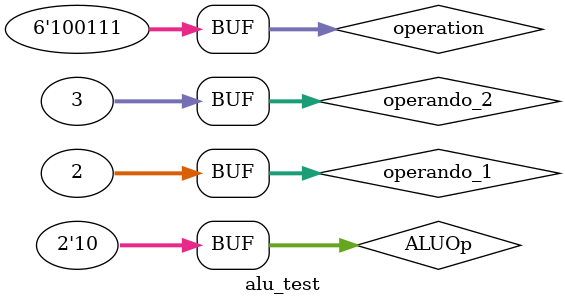
<source format=v>
`timescale 1ns / 1ps


module alu_test;

	// Inputs
	reg [31:0] operando_1;
	reg [31:0] operando_2;
	reg [1:0] ALUOp;
	reg [5:0] operation;

	// Outputs
	wire [31:0] result;
	wire zero_signal;

	// Instantiate the Unit Under Test (UUT)
	alu uut (
		.operando_1(operando_1), 
		.operando_2(operando_2), 
		.ALUOp(ALUOp), 
		.operation(operation), 
		.result(result), 
		.zero_signal(zero_signal)
	);

	initial begin
		// Initialize Inputs
		operando_1 = 0;
		operando_2 = 0;
		ALUOp = 0;
		operation = 0;
		
		// Wait 100 ns for global reset to finish
		#100;
      operando_1 = 2;
		operando_2 = 3;
		// Add stimulus here
		ALUOp = 2'b00;
		#30;
		ALUOp = 2'b01;
		#30;
		ALUOp = 2'b11;
		#30;
		ALUOp = 2'b10;
		//SLL
		operation = 6'b000000;						
		#30;
		//SRL
		operation = 6'b000010;
		#30;
		//SRA
		operation = 6'b000011;
		#30;	
		//SRLV
		operation = 6'b000110;
		#30;
		//SRAV
		operation = 6'b000111;
		#30;
		//ADD
		operation = 6'b100000;
		#30;
		//SLLV
		operation = 6'b000100;
		#30;	
		//SUB
		operation = 6'b100010;
		#30;
		//SLT
		operation = 6'b101010;
		#30;
		//JR //NO SE QUE MIERDA HACE LA ALU				
		operation = 6'b001000;
		#30;	
		//JALR //NO SE QUE MIERDA HACE LA ALU
		operation = 6'b001001;
		#30;	
		//ADDU
		operation = 6'b100001;
		#30;
		//SUBU
		operation = 6'b100011;
		#30;
		//AND
		operation = 6'b100100;
		#30;	
		//OR
		operation = 6'b100101;
		#30;
		//XOR
		operation = 6'b100110;
		#30;
		//SLTU
		operation = 6'b101011;
		#30;
		//NOR
		operation = 6'b100111;
		#30;
	end
      
endmodule


</source>
